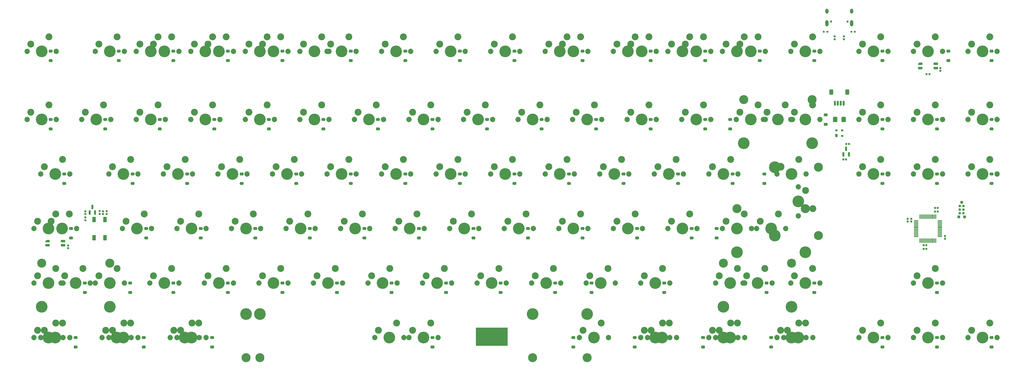
<source format=gbr>
%TF.GenerationSoftware,KiCad,Pcbnew,8.0.4*%
%TF.CreationDate,2024-07-23T15:13:34+08:00*%
%TF.ProjectId,X88H,58383848-2e6b-4696-9361-645f70636258,rev?*%
%TF.SameCoordinates,Original*%
%TF.FileFunction,Soldermask,Bot*%
%TF.FilePolarity,Negative*%
%FSLAX46Y46*%
G04 Gerber Fmt 4.6, Leading zero omitted, Abs format (unit mm)*
G04 Created by KiCad (PCBNEW 8.0.4) date 2024-07-23 15:13:34*
%MOMM*%
%LPD*%
G01*
G04 APERTURE LIST*
G04 Aperture macros list*
%AMRoundRect*
0 Rectangle with rounded corners*
0 $1 Rounding radius*
0 $2 $3 $4 $5 $6 $7 $8 $9 X,Y pos of 4 corners*
0 Add a 4 corners polygon primitive as box body*
4,1,4,$2,$3,$4,$5,$6,$7,$8,$9,$2,$3,0*
0 Add four circle primitives for the rounded corners*
1,1,$1+$1,$2,$3*
1,1,$1+$1,$4,$5*
1,1,$1+$1,$6,$7*
1,1,$1+$1,$8,$9*
0 Add four rect primitives between the rounded corners*
20,1,$1+$1,$2,$3,$4,$5,0*
20,1,$1+$1,$4,$5,$6,$7,0*
20,1,$1+$1,$6,$7,$8,$9,0*
20,1,$1+$1,$8,$9,$2,$3,0*%
%AMFreePoly0*
4,1,35,0.337950,0.725020,0.369330,0.718778,0.387713,0.711163,0.414316,0.693388,0.428388,0.679316,0.446163,0.652713,0.453778,0.634330,0.460020,0.602950,0.461000,0.593000,0.461000,-0.593000,0.460020,-0.602950,0.453778,-0.634330,0.446163,-0.652713,0.428388,-0.679316,0.414316,-0.693388,0.387713,-0.711163,0.369330,-0.718778,0.337950,-0.725020,0.328000,-0.726000,0.000000,-0.726000,
-0.036062,-0.711062,-0.446062,-0.301062,-0.461000,-0.265000,-0.461000,0.593000,-0.460020,0.602950,-0.453778,0.634330,-0.446163,0.652713,-0.428388,0.679316,-0.414316,0.693388,-0.387713,0.711163,-0.369330,0.718778,-0.337950,0.725020,-0.328000,0.726000,0.328000,0.726000,0.337950,0.725020,0.337950,0.725020,$1*%
G04 Aperture macros list end*
%ADD10C,0.100000*%
%ADD11C,1.852000*%
%ADD12C,4.089800*%
%ADD13C,2.402000*%
%ADD14C,3.150000*%
%ADD15C,0.702000*%
%ADD16C,0.752000*%
%ADD17O,1.102000X2.202000*%
%ADD18O,1.102000X1.702000*%
%ADD19C,2.702000*%
%ADD20RoundRect,0.250500X0.400500X-0.250500X0.400500X0.250500X-0.400500X0.250500X-0.400500X-0.250500X0*%
%ADD21RoundRect,0.100500X0.100500X-0.688000X0.100500X0.688000X-0.100500X0.688000X-0.100500X-0.688000X0*%
%ADD22RoundRect,0.100500X0.688000X-0.100500X0.688000X0.100500X-0.688000X0.100500X-0.688000X-0.100500X0*%
%ADD23RoundRect,0.160500X-0.210500X0.160500X-0.210500X-0.160500X0.210500X-0.160500X0.210500X0.160500X0*%
%ADD24RoundRect,0.160500X-0.160500X-0.210500X0.160500X-0.210500X0.160500X0.210500X-0.160500X0.210500X0*%
%ADD25RoundRect,0.165500X0.165500X0.195500X-0.165500X0.195500X-0.165500X-0.195500X0.165500X-0.195500X0*%
%ADD26RoundRect,0.051000X-0.500000X0.850000X-0.500000X-0.850000X0.500000X-0.850000X0.500000X0.850000X0*%
%ADD27RoundRect,0.092200X-0.633800X0.368800X-0.633800X-0.368800X0.633800X-0.368800X0.633800X0.368800X0*%
%ADD28FreePoly0,270.000000*%
%ADD29RoundRect,0.165500X-0.195500X0.165500X-0.195500X-0.165500X0.195500X-0.165500X0.195500X0.165500X0*%
%ADD30RoundRect,0.175500X0.175500X-0.613000X0.175500X0.613000X-0.175500X0.613000X-0.175500X-0.613000X0*%
%ADD31RoundRect,0.165500X0.195500X-0.165500X0.195500X0.165500X-0.195500X0.165500X-0.195500X-0.165500X0*%
%ADD32RoundRect,0.175500X-0.175500X-0.650500X0.175500X-0.650500X0.175500X0.650500X-0.175500X0.650500X0*%
%ADD33RoundRect,0.271250X-0.379750X-0.679750X0.379750X-0.679750X0.379750X0.679750X-0.379750X0.679750X0*%
%ADD34RoundRect,0.200500X-0.200500X-0.350500X0.200500X-0.350500X0.200500X0.350500X-0.200500X0.350500X0*%
%ADD35RoundRect,0.175500X-0.225500X-0.175500X0.225500X-0.175500X0.225500X0.175500X-0.225500X0.175500X0*%
%ADD36C,1.092600*%
%ADD37C,0.889400*%
%ADD38RoundRect,0.165500X-0.165500X-0.195500X0.165500X-0.195500X0.165500X0.195500X-0.165500X0.195500X0*%
%ADD39RoundRect,0.160500X0.210500X-0.160500X0.210500X0.160500X-0.210500X0.160500X-0.210500X-0.160500X0*%
%ADD40RoundRect,0.267895X0.495605X0.658105X-0.495605X0.658105X-0.495605X-0.658105X0.495605X-0.658105X0*%
G04 APERTURE END LIST*
D10*
%TO.C,G1*%
X162662500Y-102750000D02*
X151662500Y-102750000D01*
X151662500Y-96500000D01*
X162662500Y-96500000D01*
X162662500Y-102750000D01*
G36*
X162662500Y-102750000D02*
G01*
X151662500Y-102750000D01*
X151662500Y-96500000D01*
X162662500Y-96500000D01*
X162662500Y-102750000D01*
G37*
%TD*%
D11*
%TO.C,MX104*%
X233045000Y-100012500D03*
D12*
X238125000Y-100012500D03*
D11*
X243205000Y-100012500D03*
D13*
X234315000Y-97472500D03*
X240665000Y-94932500D03*
%TD*%
D14*
%TO.C,S3*%
X242887500Y-54927500D03*
D12*
X242887500Y-70167500D03*
D14*
X266700000Y-54927500D03*
D12*
X266700000Y-70167500D03*
%TD*%
D11*
%TO.C,MX15*%
X285432500Y0D03*
D12*
X290512500Y0D03*
D11*
X295592500Y0D03*
D13*
X286702500Y2540000D03*
X293052500Y5080000D03*
%TD*%
D11*
%TO.C,MX35*%
X90170000Y-23812500D03*
D12*
X95250000Y-23812500D03*
D11*
X100330000Y-23812500D03*
D13*
X91440000Y-21272500D03*
X97790000Y-18732500D03*
%TD*%
D11*
%TO.C,MX53*%
X99695000Y-42862500D03*
D12*
X104775000Y-42862500D03*
D11*
X109855000Y-42862500D03*
D13*
X100965000Y-40322500D03*
X107315000Y-37782500D03*
%TD*%
D11*
%TO.C,MX78*%
X249713750Y-61912500D03*
D12*
X254793750Y-61912500D03*
D11*
X259873750Y-61912500D03*
D13*
X250983750Y-59372500D03*
X257333750Y-56832500D03*
%TD*%
D11*
%TO.C,MX5*%
X75882500Y0D03*
D12*
X80962500Y0D03*
D11*
X86042500Y0D03*
D13*
X77152500Y2540000D03*
X83502500Y5080000D03*
%TD*%
D11*
%TO.C,MX89*%
X152082500Y-80962500D03*
D12*
X157162500Y-80962500D03*
D11*
X162242500Y-80962500D03*
D13*
X153352500Y-78422500D03*
X159702500Y-75882500D03*
%TD*%
D11*
%TO.C,MX7*%
X118745000Y0D03*
D12*
X123825000Y0D03*
D11*
X128905000Y0D03*
D13*
X120015000Y2540000D03*
X126365000Y5080000D03*
%TD*%
D11*
%TO.C,MX115*%
X235426250Y-100012500D03*
D12*
X240506250Y-100012500D03*
D11*
X245586250Y-100012500D03*
D13*
X236696250Y-97472500D03*
X243046250Y-94932500D03*
%TD*%
D11*
%TO.C,MX109*%
X-2698750Y-100012500D03*
D12*
X2381250Y-100012500D03*
D11*
X7461250Y-100012500D03*
D13*
X-1428750Y-97472500D03*
X4921250Y-94932500D03*
%TD*%
D11*
%TO.C,MX54*%
X118745000Y-42862500D03*
D12*
X123825000Y-42862500D03*
D11*
X128905000Y-42862500D03*
D13*
X120015000Y-40322500D03*
X126365000Y-37782500D03*
%TD*%
D11*
%TO.C,MX68*%
X47307500Y-61912500D03*
D12*
X52387500Y-61912500D03*
D11*
X57467500Y-61912500D03*
D13*
X48577500Y-59372500D03*
X54927500Y-56832500D03*
%TD*%
D11*
%TO.C,MX116*%
X259238750Y-100012500D03*
D12*
X264318750Y-100012500D03*
D11*
X269398750Y-100012500D03*
D13*
X260508750Y-97472500D03*
X266858750Y-94932500D03*
%TD*%
D15*
%TO.C,H2*%
X274406250Y6886812D03*
%TD*%
D11*
%TO.C,MX6*%
X99695000Y0D03*
D12*
X104775000Y0D03*
D11*
X109855000Y0D03*
D13*
X100965000Y2540000D03*
X107315000Y5080000D03*
%TD*%
D11*
%TO.C,MX94*%
X304482500Y-80962500D03*
D12*
X309562500Y-80962500D03*
D11*
X314642500Y-80962500D03*
D13*
X305752500Y-78422500D03*
X312102500Y-75882500D03*
%TD*%
D11*
%TO.C,MX81*%
X237807500Y-61912500D03*
D12*
X242887500Y-61912500D03*
D11*
X247967500Y-61912500D03*
D13*
X239077500Y-59372500D03*
X245427500Y-56832500D03*
%TD*%
D11*
%TO.C,MX19*%
X52070000Y0D03*
D12*
X57150000Y0D03*
D11*
X62230000Y0D03*
D13*
X53340000Y2540000D03*
X59690000Y5080000D03*
%TD*%
D11*
%TO.C,MX28*%
X242570000Y0D03*
D12*
X247650000Y0D03*
D11*
X252730000Y0D03*
D13*
X243840000Y2540000D03*
X250190000Y5080000D03*
%TD*%
D11*
%TO.C,MX108*%
X323532500Y-100012500D03*
D12*
X328612500Y-100012500D03*
D11*
X333692500Y-100012500D03*
D13*
X324802500Y-97472500D03*
X331152500Y-94932500D03*
%TD*%
D11*
%TO.C,MX9*%
X156845000Y0D03*
D12*
X161925000Y0D03*
D11*
X167005000Y0D03*
D13*
X158115000Y2540000D03*
X164465000Y5080000D03*
%TD*%
D11*
%TO.C,MX17*%
X323532500Y0D03*
D12*
X328612500Y0D03*
D11*
X333692500Y0D03*
D13*
X324802500Y2540000D03*
X331152500Y5080000D03*
%TD*%
D11*
%TO.C,MX42*%
X223520000Y-23812500D03*
D12*
X228600000Y-23812500D03*
D11*
X233680000Y-23812500D03*
D13*
X224790000Y-21272500D03*
X231140000Y-18732500D03*
%TD*%
D11*
%TO.C,MX82*%
X6826250Y-80962500D03*
D12*
X11906250Y-80962500D03*
D11*
X16986250Y-80962500D03*
D13*
X8096250Y-78422500D03*
X14446250Y-75882500D03*
%TD*%
D11*
%TO.C,MX88*%
X133032500Y-80962500D03*
D12*
X138112500Y-80962500D03*
D11*
X143192500Y-80962500D03*
D13*
X134302500Y-78422500D03*
X140652500Y-75882500D03*
%TD*%
D11*
%TO.C,MX113*%
X187801250Y-100012500D03*
D12*
X192881250Y-100012500D03*
D11*
X197961250Y-100012500D03*
D13*
X189071250Y-97472500D03*
X195421250Y-94932500D03*
%TD*%
D11*
%TO.C,MX34*%
X71120000Y-23812500D03*
D12*
X76200000Y-23812500D03*
D11*
X81280000Y-23812500D03*
D13*
X72390000Y-21272500D03*
X78740000Y-18732500D03*
%TD*%
D11*
%TO.C,MX92*%
X209232500Y-80962500D03*
D12*
X214312500Y-80962500D03*
D11*
X219392500Y-80962500D03*
D13*
X210502500Y-78422500D03*
X216852500Y-75882500D03*
%TD*%
D11*
%TO.C,MX4*%
X56832500Y0D03*
D12*
X61912500Y0D03*
D11*
X66992500Y0D03*
D13*
X58102500Y2540000D03*
X64452500Y5080000D03*
%TD*%
D11*
%TO.C,MX52*%
X80645000Y-42862500D03*
D12*
X85725000Y-42862500D03*
D11*
X90805000Y-42862500D03*
D13*
X81915000Y-40322500D03*
X88265000Y-37782500D03*
%TD*%
D11*
%TO.C,MX37*%
X128270000Y-23812500D03*
D12*
X133350000Y-23812500D03*
D11*
X138430000Y-23812500D03*
D13*
X129540000Y-21272500D03*
X135890000Y-18732500D03*
%TD*%
D11*
%TO.C,MX85*%
X75882500Y-80962500D03*
D12*
X80962500Y-80962500D03*
D11*
X86042500Y-80962500D03*
D13*
X77152500Y-78422500D03*
X83502500Y-75882500D03*
%TD*%
D11*
%TO.C,MX25*%
X175895000Y0D03*
D12*
X180975000Y0D03*
D11*
X186055000Y0D03*
D13*
X177165000Y2540000D03*
X183515000Y5080000D03*
%TD*%
D11*
%TO.C,MX18*%
X33020000Y0D03*
D12*
X38100000Y0D03*
D11*
X43180000Y0D03*
D13*
X34290000Y2540000D03*
X40640000Y5080000D03*
%TD*%
D11*
%TO.C,MX100*%
X23495000Y-100012500D03*
D12*
X28575000Y-100012500D03*
D11*
X33655000Y-100012500D03*
D13*
X24765000Y-97472500D03*
X31115000Y-94932500D03*
%TD*%
D12*
%TO.C,S2*%
X256063750Y-40481250D03*
X256063750Y-64293750D03*
D14*
X271303750Y-40481250D03*
X271303750Y-64293750D03*
%TD*%
D11*
%TO.C,MX38*%
X147320000Y-23812500D03*
D12*
X152400000Y-23812500D03*
D11*
X157480000Y-23812500D03*
D13*
X148590000Y-21272500D03*
X154940000Y-18732500D03*
%TD*%
D11*
%TO.C,MX31*%
X13970000Y-23812500D03*
D12*
X19050000Y-23812500D03*
D11*
X24130000Y-23812500D03*
D13*
X15240000Y-21272500D03*
X21590000Y-18732500D03*
%TD*%
D11*
%TO.C,MX106*%
X285432500Y-100012500D03*
D12*
X290512500Y-100012500D03*
D11*
X295592500Y-100012500D03*
D13*
X286702500Y-97472500D03*
X293052500Y-94932500D03*
%TD*%
D14*
%TO.C,S7*%
X171450000Y-106997500D03*
D12*
X171450000Y-91757500D03*
D14*
X71437500Y-106997500D03*
D12*
X71437500Y-91757500D03*
%TD*%
D11*
%TO.C,MX12*%
X218757500Y0D03*
D12*
X223837500Y0D03*
D11*
X228917500Y0D03*
D13*
X220027500Y2540000D03*
X226377500Y5080000D03*
%TD*%
D11*
%TO.C,MX72*%
X123507500Y-61912500D03*
D12*
X128587500Y-61912500D03*
D11*
X133667500Y-61912500D03*
D13*
X124777500Y-59372500D03*
X131127500Y-56832500D03*
%TD*%
D11*
%TO.C,MX74*%
X161607500Y-61912500D03*
D12*
X166687500Y-61912500D03*
D11*
X171767500Y-61912500D03*
D13*
X162877500Y-59372500D03*
X169227500Y-56832500D03*
%TD*%
D11*
%TO.C,MX90*%
X171132500Y-80962500D03*
D12*
X176212500Y-80962500D03*
D11*
X181292500Y-80962500D03*
D13*
X172402500Y-78422500D03*
X178752500Y-75882500D03*
%TD*%
D11*
%TO.C,MX10*%
X180657500Y0D03*
D12*
X185737500Y0D03*
D11*
X190817500Y0D03*
D13*
X181927500Y2540000D03*
X188277500Y5080000D03*
%TD*%
D11*
%TO.C,MX87*%
X113982500Y-80962500D03*
D12*
X119062500Y-80962500D03*
D11*
X124142500Y-80962500D03*
D13*
X115252500Y-78422500D03*
X121602500Y-75882500D03*
%TD*%
D11*
%TO.C,MX64*%
X323532500Y-42862500D03*
D12*
X328612500Y-42862500D03*
D11*
X333692500Y-42862500D03*
D13*
X324802500Y-40322500D03*
X331152500Y-37782500D03*
%TD*%
D11*
%TO.C,MX2*%
X18732500Y0D03*
D12*
X23812500Y0D03*
D11*
X28892500Y0D03*
D13*
X20002500Y2540000D03*
X26352500Y5080000D03*
%TD*%
D11*
%TO.C,MX70*%
X85407500Y-61912500D03*
D12*
X90487500Y-61912500D03*
D11*
X95567500Y-61912500D03*
D13*
X86677500Y-59372500D03*
X93027500Y-56832500D03*
%TD*%
D11*
%TO.C,MX76*%
X199707500Y-61912500D03*
D12*
X204787500Y-61912500D03*
D11*
X209867500Y-61912500D03*
D13*
X200977500Y-59372500D03*
X207327500Y-56832500D03*
%TD*%
D11*
%TO.C,MX45*%
X304482500Y-23812500D03*
D12*
X309562500Y-23812500D03*
D11*
X314642500Y-23812500D03*
D13*
X305752500Y-21272500D03*
X312102500Y-18732500D03*
%TD*%
D11*
%TO.C,MX16*%
X304482500Y0D03*
D12*
X309562500Y0D03*
D11*
X314642500Y0D03*
D13*
X305752500Y2540000D03*
X312102500Y5080000D03*
%TD*%
D11*
%TO.C,MX48*%
X-317500Y-42862500D03*
D12*
X4762500Y-42862500D03*
D11*
X9842500Y-42862500D03*
D13*
X952500Y-40322500D03*
X7302500Y-37782500D03*
%TD*%
D11*
%TO.C,MX55*%
X137795000Y-42862500D03*
D12*
X142875000Y-42862500D03*
D11*
X147955000Y-42862500D03*
D13*
X139065000Y-40322500D03*
X145415000Y-37782500D03*
%TD*%
D11*
%TO.C,MX3*%
X37782500Y0D03*
D12*
X42862500Y0D03*
D11*
X47942500Y0D03*
D13*
X39052500Y2540000D03*
X45402500Y5080000D03*
%TD*%
D11*
%TO.C,MX63*%
X304482500Y-42862500D03*
D12*
X309562500Y-42862500D03*
D11*
X314642500Y-42862500D03*
D13*
X305752500Y-40322500D03*
X312102500Y-37782500D03*
%TD*%
D11*
%TO.C,MX46*%
X323532500Y-23812500D03*
D12*
X328612500Y-23812500D03*
D11*
X333692500Y-23812500D03*
D13*
X324802500Y-21272500D03*
X331152500Y-18732500D03*
%TD*%
D11*
%TO.C,MX67*%
X28257500Y-61912500D03*
D12*
X33337500Y-61912500D03*
D11*
X38417500Y-61912500D03*
D13*
X29527500Y-59372500D03*
X35877500Y-56832500D03*
%TD*%
D11*
%TO.C,MX59*%
X213995000Y-42862500D03*
D12*
X219075000Y-42862500D03*
D11*
X224155000Y-42862500D03*
D13*
X215265000Y-40322500D03*
X221615000Y-37782500D03*
%TD*%
D11*
%TO.C,MX110*%
X21113750Y-100012500D03*
D12*
X26193750Y-100012500D03*
D11*
X31273750Y-100012500D03*
D13*
X22383750Y-97472500D03*
X28733750Y-94932500D03*
%TD*%
D11*
%TO.C,MX60*%
X233045000Y-42862500D03*
D12*
X238125000Y-42862500D03*
D11*
X243205000Y-42862500D03*
D13*
X234315000Y-40322500D03*
X240665000Y-37782500D03*
%TD*%
D11*
%TO.C,MX32*%
X33020000Y-23812500D03*
D12*
X38100000Y-23812500D03*
D11*
X43180000Y-23812500D03*
D13*
X34290000Y-21272500D03*
X40640000Y-18732500D03*
%TD*%
D11*
%TO.C,MX97*%
X235426250Y-80962500D03*
D12*
X240506250Y-80962500D03*
D11*
X245586250Y-80962500D03*
D13*
X236696250Y-78422500D03*
X243046250Y-75882500D03*
%TD*%
D11*
%TO.C,MX51*%
X61595000Y-42862500D03*
D12*
X66675000Y-42862500D03*
D11*
X71755000Y-42862500D03*
D13*
X62865000Y-40322500D03*
X69215000Y-37782500D03*
%TD*%
D14*
%TO.C,S4*%
X238125000Y-73977500D03*
D12*
X238125000Y-89217500D03*
D14*
X261937500Y-73977500D03*
D12*
X261937500Y-89217500D03*
%TD*%
D11*
%TO.C,MX112*%
X116363750Y-100012500D03*
D12*
X121443750Y-100012500D03*
D11*
X126523750Y-100012500D03*
D13*
X117633750Y-97472500D03*
X123983750Y-94932500D03*
%TD*%
D11*
%TO.C,MX84*%
X56832500Y-80962500D03*
D12*
X61912500Y-80962500D03*
D11*
X66992500Y-80962500D03*
D13*
X58102500Y-78422500D03*
X64452500Y-75882500D03*
%TD*%
D11*
%TO.C,MX75*%
X180657500Y-61912500D03*
D12*
X185737500Y-61912500D03*
D11*
X190817500Y-61912500D03*
D13*
X181927500Y-59372500D03*
X188277500Y-56832500D03*
%TD*%
D11*
%TO.C,MX96*%
X18732500Y-80962500D03*
D12*
X23812500Y-80962500D03*
D11*
X28892500Y-80962500D03*
D13*
X20002500Y-78422500D03*
X26352500Y-75882500D03*
%TD*%
D14*
%TO.C,S5*%
X0Y-73977500D03*
D12*
X0Y-89217500D03*
D14*
X23812500Y-73977500D03*
D12*
X23812500Y-89217500D03*
%TD*%
D11*
%TO.C,MX91*%
X190182500Y-80962500D03*
D12*
X195262500Y-80962500D03*
D11*
X200342500Y-80962500D03*
D13*
X191452500Y-78422500D03*
X197802500Y-75882500D03*
%TD*%
D15*
%TO.C,H1*%
X273206250Y6886812D03*
%TD*%
D11*
%TO.C,MX114*%
X211613750Y-100012500D03*
D12*
X216693750Y-100012500D03*
D11*
X221773750Y-100012500D03*
D13*
X212883750Y-97472500D03*
X219233750Y-94932500D03*
%TD*%
D15*
%TO.C,H9*%
X282806250Y6886812D03*
%TD*%
D11*
%TO.C,MX43*%
X252095000Y-23812500D03*
D12*
X257175000Y-23812500D03*
D11*
X262255000Y-23812500D03*
D13*
X253365000Y-21272500D03*
X259715000Y-18732500D03*
%TD*%
D11*
%TO.C,MX65*%
X264318750Y-47307500D03*
D12*
X264318750Y-52387500D03*
D11*
X264318750Y-57467500D03*
D13*
X266858750Y-48577500D03*
X269398750Y-54927500D03*
%TD*%
D11*
%TO.C,MX98*%
X261620000Y-80962500D03*
D12*
X266700000Y-80962500D03*
D11*
X271780000Y-80962500D03*
D13*
X262890000Y-78422500D03*
X269240000Y-75882500D03*
%TD*%
D11*
%TO.C,MX80*%
X2063750Y-61912500D03*
D12*
X7143750Y-61912500D03*
D11*
X12223750Y-61912500D03*
D13*
X3333750Y-59372500D03*
X9683750Y-56832500D03*
%TD*%
D11*
%TO.C,MX1*%
X-5080000Y0D03*
D12*
X0Y0D03*
D11*
X5080000Y0D03*
D13*
X-3810000Y2540000D03*
X2540000Y5080000D03*
%TD*%
D11*
%TO.C,MX41*%
X204470000Y-23812500D03*
D12*
X209550000Y-23812500D03*
D11*
X214630000Y-23812500D03*
D13*
X205740000Y-21272500D03*
X212090000Y-18732500D03*
%TD*%
D14*
%TO.C,S6*%
X190500000Y-106997500D03*
D12*
X190500000Y-91757500D03*
D14*
X76200000Y-106997500D03*
D12*
X76200000Y-91757500D03*
%TD*%
D11*
%TO.C,MX66*%
X-2698750Y-61912500D03*
D12*
X2381250Y-61912500D03*
D11*
X7461250Y-61912500D03*
D13*
X-1428750Y-59372500D03*
X4921250Y-56832500D03*
%TD*%
D11*
%TO.C,MX71*%
X104457500Y-61912500D03*
D12*
X109537500Y-61912500D03*
D11*
X114617500Y-61912500D03*
D13*
X105727500Y-59372500D03*
X112077500Y-56832500D03*
%TD*%
D11*
%TO.C,MX93*%
X244951250Y-80962500D03*
D12*
X250031250Y-80962500D03*
D11*
X255111250Y-80962500D03*
D13*
X246221250Y-78422500D03*
X252571250Y-75882500D03*
%TD*%
D15*
%TO.C,H10*%
X284006250Y6886812D03*
%TD*%
D11*
%TO.C,MX49*%
X23495000Y-42862500D03*
D12*
X28575000Y-42862500D03*
D11*
X33655000Y-42862500D03*
D13*
X24765000Y-40322500D03*
X31115000Y-37782500D03*
%TD*%
D11*
%TO.C,MX11*%
X199707500Y0D03*
D12*
X204787500Y0D03*
D11*
X209867500Y0D03*
D13*
X200977500Y2540000D03*
X207327500Y5080000D03*
%TD*%
D11*
%TO.C,MX39*%
X166370000Y-23812500D03*
D12*
X171450000Y-23812500D03*
D11*
X176530000Y-23812500D03*
D13*
X167640000Y-21272500D03*
X173990000Y-18732500D03*
%TD*%
D11*
%TO.C,MX69*%
X66357500Y-61912500D03*
D12*
X71437500Y-61912500D03*
D11*
X76517500Y-61912500D03*
D13*
X67627500Y-59372500D03*
X73977500Y-56832500D03*
%TD*%
D11*
%TO.C,MX77*%
X218757500Y-61912500D03*
D12*
X223837500Y-61912500D03*
D11*
X228917500Y-61912500D03*
D13*
X220027500Y-59372500D03*
X226377500Y-56832500D03*
%TD*%
D11*
%TO.C,MX27*%
X223520000Y0D03*
D12*
X228600000Y0D03*
D11*
X233680000Y0D03*
D13*
X224790000Y2540000D03*
X231140000Y5080000D03*
%TD*%
D11*
%TO.C,MX62*%
X285432500Y-42862500D03*
D12*
X290512500Y-42862500D03*
D11*
X295592500Y-42862500D03*
D13*
X286702500Y-40322500D03*
X293052500Y-37782500D03*
%TD*%
D11*
%TO.C,MX57*%
X175895000Y-42862500D03*
D12*
X180975000Y-42862500D03*
D11*
X186055000Y-42862500D03*
D13*
X177165000Y-40322500D03*
X183515000Y-37782500D03*
%TD*%
D11*
%TO.C,MX107*%
X304482500Y-100012500D03*
D12*
X309562500Y-100012500D03*
D11*
X314642500Y-100012500D03*
D13*
X305752500Y-97472500D03*
X312102500Y-94932500D03*
%TD*%
D11*
%TO.C,MX56*%
X156845000Y-42862500D03*
D12*
X161925000Y-42862500D03*
D11*
X167005000Y-42862500D03*
D13*
X158115000Y-40322500D03*
X164465000Y-37782500D03*
%TD*%
D11*
%TO.C,MX111*%
X44926250Y-100012500D03*
D12*
X50006250Y-100012500D03*
D11*
X55086250Y-100012500D03*
D13*
X46196250Y-97472500D03*
X52546250Y-94932500D03*
%TD*%
D11*
%TO.C,MX101*%
X47307500Y-100012500D03*
D12*
X52387500Y-100012500D03*
D11*
X57467500Y-100012500D03*
D13*
X48577500Y-97472500D03*
X54927500Y-94932500D03*
%TD*%
D11*
%TO.C,MX13*%
X237807500Y0D03*
D12*
X242887500Y0D03*
D11*
X247967500Y0D03*
D13*
X239077500Y2540000D03*
X245427500Y5080000D03*
%TD*%
D11*
%TO.C,MX21*%
X90170000Y0D03*
D12*
X95250000Y0D03*
D11*
X100330000Y0D03*
D13*
X91440000Y2540000D03*
X97790000Y5080000D03*
%TD*%
D11*
%TO.C,MX14*%
X261620000Y0D03*
D12*
X266700000Y0D03*
D11*
X271780000Y0D03*
D13*
X262890000Y2540000D03*
X269240000Y5080000D03*
%TD*%
D11*
%TO.C,MX40*%
X185420000Y-23812500D03*
D12*
X190500000Y-23812500D03*
D11*
X195580000Y-23812500D03*
D13*
X186690000Y-21272500D03*
X193040000Y-18732500D03*
%TD*%
D11*
%TO.C,MX26*%
X204470000Y0D03*
D12*
X209550000Y0D03*
D11*
X214630000Y0D03*
D13*
X205740000Y2540000D03*
X212090000Y5080000D03*
%TD*%
D16*
%TO.C,USB1*%
X281496250Y10400000D03*
X275716250Y10400000D03*
D17*
X282926250Y9870000D03*
D18*
X282926250Y14050000D03*
D17*
X274286250Y9870000D03*
D18*
X274286250Y14050000D03*
%TD*%
D11*
%TO.C,MX95*%
X-2698750Y-80962500D03*
D12*
X2381250Y-80962500D03*
D11*
X7461250Y-80962500D03*
D13*
X-1428750Y-78422500D03*
X4921250Y-75882500D03*
%TD*%
D11*
%TO.C,MX50*%
X42545000Y-42862500D03*
D12*
X47625000Y-42862500D03*
D11*
X52705000Y-42862500D03*
D13*
X43815000Y-40322500D03*
X50165000Y-37782500D03*
%TD*%
D11*
%TO.C,MX44*%
X285432500Y-23812500D03*
D12*
X290512500Y-23812500D03*
D11*
X295592500Y-23812500D03*
D13*
X286702500Y-21272500D03*
X293052500Y-18732500D03*
%TD*%
D11*
%TO.C,MX58*%
X194945000Y-42862500D03*
D12*
X200025000Y-42862500D03*
D11*
X205105000Y-42862500D03*
D13*
X196215000Y-40322500D03*
X202565000Y-37782500D03*
%TD*%
D11*
%TO.C,MX8*%
X137795000Y0D03*
D12*
X142875000Y0D03*
D11*
X147955000Y0D03*
D13*
X139065000Y2540000D03*
X145415000Y5080000D03*
%TD*%
D11*
%TO.C,MX99*%
X-317500Y-100012500D03*
D12*
X4762500Y-100012500D03*
D11*
X9842500Y-100012500D03*
D13*
X952500Y-97472500D03*
X7302500Y-94932500D03*
%TD*%
D11*
%TO.C,MX103*%
X209232500Y-100012500D03*
D12*
X214312500Y-100012500D03*
D11*
X219392500Y-100012500D03*
D13*
X210502500Y-97472500D03*
X216852500Y-94932500D03*
%TD*%
D11*
%TO.C,MX36*%
X109220000Y-23812500D03*
D12*
X114300000Y-23812500D03*
D11*
X119380000Y-23812500D03*
D13*
X110490000Y-21272500D03*
X116840000Y-18732500D03*
%TD*%
D11*
%TO.C,MX86*%
X94932500Y-80962500D03*
D12*
X100012500Y-80962500D03*
D11*
X105092500Y-80962500D03*
D13*
X96202500Y-78422500D03*
X102552500Y-75882500D03*
%TD*%
D11*
%TO.C,MX20*%
X71120000Y0D03*
D12*
X76200000Y0D03*
D11*
X81280000Y0D03*
D13*
X72390000Y2540000D03*
X78740000Y5080000D03*
%TD*%
D11*
%TO.C,MX73*%
X142557500Y-61912500D03*
D12*
X147637500Y-61912500D03*
D11*
X152717500Y-61912500D03*
D13*
X143827500Y-59372500D03*
X150177500Y-56832500D03*
%TD*%
D11*
%TO.C,MX30*%
X-5080000Y-23812500D03*
D12*
X0Y-23812500D03*
D11*
X5080000Y-23812500D03*
D13*
X-3810000Y-21272500D03*
X2540000Y-18732500D03*
%TD*%
D11*
%TO.C,MX47*%
X242570000Y-23812500D03*
D12*
X247650000Y-23812500D03*
D11*
X252730000Y-23812500D03*
D13*
X243840000Y-21272500D03*
X250190000Y-18732500D03*
%TD*%
D11*
%TO.C,MX105*%
X256857500Y-100012500D03*
D12*
X261937500Y-100012500D03*
D11*
X267017500Y-100012500D03*
D13*
X258127500Y-97472500D03*
X264477500Y-94932500D03*
%TD*%
D11*
%TO.C,MX33*%
X52070000Y-23812500D03*
D12*
X57150000Y-23812500D03*
D11*
X62230000Y-23812500D03*
D13*
X53340000Y-21272500D03*
X59690000Y-18732500D03*
%TD*%
D11*
%TO.C,MX61*%
X256857500Y-42862500D03*
D12*
X261937500Y-42862500D03*
D11*
X267017500Y-42862500D03*
D19*
X258127500Y-40322500D03*
D13*
X264477500Y-37782500D03*
%TD*%
D11*
%TO.C,MX83*%
X37782500Y-80962500D03*
D12*
X42862500Y-80962500D03*
D11*
X47942500Y-80962500D03*
D13*
X39052500Y-78422500D03*
X45402500Y-75882500D03*
%TD*%
D14*
%TO.C,S1*%
X245268750Y-16827500D03*
D12*
X245268750Y-32067500D03*
D14*
X269081250Y-16827500D03*
D12*
X269081250Y-32067500D03*
%TD*%
D11*
%TO.C,MX79*%
X261620000Y-23812500D03*
D12*
X266700000Y-23812500D03*
D11*
X271780000Y-23812500D03*
D13*
X262890000Y-21272500D03*
X269240000Y-18732500D03*
%TD*%
D11*
%TO.C,MX102*%
X128270000Y-100012500D03*
D12*
X133350000Y-100012500D03*
D11*
X138430000Y-100012500D03*
D13*
X129540000Y-97472500D03*
X135890000Y-94932500D03*
%TD*%
D20*
%TO.C,D55*%
X55562500Y-65150000D03*
X55562500Y-61850000D03*
%TD*%
%TO.C,D82*%
X11906250Y-103250000D03*
X11906250Y-99950000D03*
%TD*%
%TO.C,D7*%
X107950000Y-3237500D03*
X107950000Y62500D03*
%TD*%
%TO.C,D35*%
X331787500Y-27050000D03*
X331787500Y-23750000D03*
%TD*%
D21*
%TO.C,U2*%
X312312500Y-66075000D03*
X311812500Y-66075000D03*
X311312500Y-66075000D03*
X310812500Y-66075000D03*
X310312500Y-66075000D03*
X309812500Y-66075000D03*
X309312500Y-66075000D03*
X308812500Y-66075000D03*
X308312500Y-66075000D03*
X307812500Y-66075000D03*
X307312500Y-66075000D03*
X306812500Y-66075000D03*
D22*
X305400000Y-64662500D03*
X305400000Y-64162500D03*
X305400000Y-63662500D03*
X305400000Y-63162500D03*
X305400000Y-62662500D03*
X305400000Y-62162500D03*
X305400000Y-61662500D03*
X305400000Y-61162500D03*
X305400000Y-60662500D03*
X305400000Y-60162500D03*
X305400000Y-59662500D03*
X305400000Y-59162500D03*
D21*
X306812500Y-57750000D03*
X307312500Y-57750000D03*
X307812500Y-57750000D03*
X308312500Y-57750000D03*
X308812500Y-57750000D03*
X309312500Y-57750000D03*
X309812500Y-57750000D03*
X310312500Y-57750000D03*
X310812500Y-57750000D03*
X311312500Y-57750000D03*
X311812500Y-57750000D03*
X312312500Y-57750000D03*
D22*
X313725000Y-59162500D03*
X313725000Y-59662500D03*
X313725000Y-60162500D03*
X313725000Y-60662500D03*
X313725000Y-61162500D03*
X313725000Y-61662500D03*
X313725000Y-62162500D03*
X313725000Y-62662500D03*
X313725000Y-63162500D03*
X313725000Y-63662500D03*
X313725000Y-64162500D03*
X313725000Y-64662500D03*
%TD*%
D20*
%TO.C,D65*%
X235743750Y-65150000D03*
X235743750Y-61850000D03*
%TD*%
%TO.C,D48*%
X241300000Y-46100000D03*
X241300000Y-42800000D03*
%TD*%
%TO.C,D88*%
X230981250Y-103250000D03*
X230981250Y-99950000D03*
%TD*%
%TO.C,D78*%
X217487500Y-84200000D03*
X217487500Y-80900000D03*
%TD*%
%TO.C,D6*%
X84137500Y-3237500D03*
X84137500Y62500D03*
%TD*%
%TO.C,D20*%
X22225000Y-27050000D03*
X22225000Y-23750000D03*
%TD*%
D23*
%TO.C,RR2*%
X22750000Y-55802500D03*
X22750000Y-56822500D03*
%TD*%
D24*
%TO.C,R3*%
X309052500Y-7937500D03*
X310072500Y-7937500D03*
%TD*%
D20*
%TO.C,D46*%
X203200000Y-46100000D03*
X203200000Y-42800000D03*
%TD*%
%TO.C,D57*%
X93662500Y-65150000D03*
X93662500Y-61850000D03*
%TD*%
%TO.C,D81*%
X312737500Y-84200000D03*
X312737500Y-80900000D03*
%TD*%
%TO.C,D42*%
X127000000Y-46100000D03*
X127000000Y-42800000D03*
%TD*%
%TO.C,D89*%
X254793750Y-103250000D03*
X254793750Y-99950000D03*
%TD*%
%TO.C,D49*%
X252412500Y-46100000D03*
X252412500Y-42800000D03*
%TD*%
%TO.C,D58*%
X112712500Y-65150000D03*
X112712500Y-61850000D03*
%TD*%
%TO.C,D53*%
X10318750Y-65150000D03*
X10318750Y-61850000D03*
%TD*%
%TO.C,D61*%
X169862500Y-65150000D03*
X169862500Y-61850000D03*
%TD*%
%TO.C,D37*%
X31750000Y-46100000D03*
X31750000Y-42800000D03*
%TD*%
D25*
%TO.C,C5*%
X280980000Y-37725000D03*
X280020000Y-37725000D03*
%TD*%
D26*
%TO.C,SWR1*%
X18340625Y-58762500D03*
X18340625Y-65062500D03*
X22140625Y-58762500D03*
X22140625Y-65062500D03*
%TD*%
D20*
%TO.C,D76*%
X179387500Y-84200000D03*
X179387500Y-80900000D03*
%TD*%
D27*
%TO.C,RGB2*%
X7487500Y-67742500D03*
X7487500Y-66242500D03*
X2037500Y-67742500D03*
D28*
X2037500Y-66242500D03*
%TD*%
D23*
%TO.C,R2*%
X280193750Y5272500D03*
X280193750Y4252500D03*
%TD*%
D20*
%TO.C,D38*%
X50800000Y-46100000D03*
X50800000Y-42800000D03*
%TD*%
%TO.C,D66*%
X273843750Y-25462500D03*
X273843750Y-22162500D03*
%TD*%
%TO.C,D28*%
X174625000Y-27050000D03*
X174625000Y-23750000D03*
%TD*%
D29*
%TO.C,C1*%
X303750000Y-58476250D03*
X303750000Y-59436250D03*
%TD*%
D20*
%TO.C,D67*%
X15081250Y-84200000D03*
X15081250Y-80900000D03*
%TD*%
%TO.C,D34*%
X312737500Y-27050000D03*
X312737500Y-23750000D03*
%TD*%
D23*
%TO.C,R1*%
X277018750Y5272500D03*
X277018750Y4252500D03*
%TD*%
D20*
%TO.C,D14*%
X250825000Y-3237500D03*
X250825000Y62500D03*
%TD*%
D30*
%TO.C,QR1*%
X18700000Y-56250000D03*
X16800000Y-56250000D03*
X17750000Y-54375000D03*
%TD*%
D20*
%TO.C,D31*%
X231775000Y-27050000D03*
X231775000Y-23750000D03*
%TD*%
%TO.C,D19*%
X3175000Y-27050000D03*
X3175000Y-23750000D03*
%TD*%
D31*
%TO.C,C3*%
X315500000Y-65436250D03*
X315500000Y-64476250D03*
%TD*%
D30*
%TO.C,U1*%
X281950000Y-35937500D03*
X280050000Y-35937500D03*
X281000000Y-34062500D03*
%TD*%
D20*
%TO.C,D43*%
X146050000Y-46100000D03*
X146050000Y-42800000D03*
%TD*%
%TO.C,D47*%
X222250000Y-46100000D03*
X222250000Y-42800000D03*
%TD*%
%TO.C,D39*%
X69850000Y-46100000D03*
X69850000Y-42800000D03*
%TD*%
%TO.C,D10*%
X165100000Y-3237500D03*
X165100000Y62500D03*
%TD*%
%TO.C,D70*%
X65087500Y-84200000D03*
X65087500Y-80900000D03*
%TD*%
%TO.C,D22*%
X60325000Y-27050000D03*
X60325000Y-23750000D03*
%TD*%
%TO.C,D68*%
X30956250Y-84200000D03*
X30956250Y-80900000D03*
%TD*%
%TO.C,D8*%
X127000000Y-3237500D03*
X127000000Y62500D03*
%TD*%
%TO.C,D9*%
X146050000Y-3237500D03*
X146050000Y62500D03*
%TD*%
%TO.C,D24*%
X98425000Y-27050000D03*
X98425000Y-23750000D03*
%TD*%
%TO.C,D18*%
X331787500Y-3237500D03*
X331787500Y62500D03*
%TD*%
D32*
%TO.C,J1*%
X277106250Y-18103610D03*
X278106250Y-18103610D03*
X279106250Y-18103610D03*
X280106250Y-18103610D03*
D33*
X275806250Y-14228610D03*
X281406250Y-14228610D03*
%TD*%
D34*
%TO.C,D1*%
X277606250Y-29325000D03*
D35*
X277606250Y-27625000D03*
X279606250Y-27625000D03*
X279606250Y-29525000D03*
%TD*%
D20*
%TO.C,D51*%
X312737500Y-46100000D03*
X312737500Y-42800000D03*
%TD*%
%TO.C,D3*%
X26987500Y-3237500D03*
X26987500Y62500D03*
%TD*%
%TO.C,D80*%
X269875000Y-84200000D03*
X269875000Y-80900000D03*
%TD*%
%TO.C,D90*%
X293687500Y-103250000D03*
X293687500Y-99950000D03*
%TD*%
%TO.C,D60*%
X150812500Y-65150000D03*
X150812500Y-61850000D03*
%TD*%
%TO.C,D52*%
X331787500Y-46100000D03*
X331787500Y-42800000D03*
%TD*%
%TO.C,D72*%
X103187500Y-84200000D03*
X103187500Y-80900000D03*
%TD*%
%TO.C,D56*%
X74612500Y-65150000D03*
X74612500Y-61850000D03*
%TD*%
%TO.C,D4*%
X46037500Y-3237500D03*
X46037500Y62500D03*
%TD*%
D25*
%TO.C,C8*%
X312980000Y-54706250D03*
X312020000Y-54706250D03*
%TD*%
D20*
%TO.C,D36*%
X7937500Y-46100000D03*
X7937500Y-42800000D03*
%TD*%
%TO.C,D84*%
X59531250Y-103250000D03*
X59531250Y-99950000D03*
%TD*%
%TO.C,D75*%
X160337500Y-84200000D03*
X160337500Y-80900000D03*
%TD*%
D36*
%TO.C,J2*%
X321310000Y-52710000D03*
X322326000Y-57790000D03*
X320294000Y-57790000D03*
D37*
X321945000Y-53980000D03*
X320675000Y-53980000D03*
X321945000Y-55250000D03*
X320675000Y-55250000D03*
X321945000Y-56520000D03*
X320675000Y-56520000D03*
%TD*%
D20*
%TO.C,D26*%
X136525000Y-27050000D03*
X136525000Y-23750000D03*
%TD*%
%TO.C,D54*%
X36512500Y-65150000D03*
X36512500Y-61850000D03*
%TD*%
D29*
%TO.C,C2*%
X302500000Y-58476250D03*
X302500000Y-59436250D03*
%TD*%
D20*
%TO.C,D11*%
X188912500Y-3237500D03*
X188912500Y62500D03*
%TD*%
%TO.C,D5*%
X65087500Y-3237500D03*
X65087500Y62500D03*
%TD*%
%TO.C,D64*%
X227012500Y-65150000D03*
X227012500Y-61850000D03*
%TD*%
%TO.C,D79*%
X253206250Y-84200000D03*
X253206250Y-80900000D03*
%TD*%
%TO.C,D87*%
X207168750Y-103250000D03*
X207168750Y-99950000D03*
%TD*%
D38*
%TO.C,C6*%
X308020000Y-68956250D03*
X308980000Y-68956250D03*
%TD*%
D25*
%TO.C,C9*%
X312980000Y-55956250D03*
X312020000Y-55956250D03*
%TD*%
D29*
%TO.C,CR1*%
X21500000Y-55832500D03*
X21500000Y-56792500D03*
%TD*%
D20*
%TO.C,D85*%
X136525000Y-103250000D03*
X136525000Y-99950000D03*
%TD*%
D38*
%TO.C,C7*%
X308020000Y-67706250D03*
X308980000Y-67706250D03*
%TD*%
D20*
%TO.C,D30*%
X212725000Y-27050000D03*
X212725000Y-23750000D03*
%TD*%
D31*
%TO.C,CR2*%
X15250000Y-56792500D03*
X15250000Y-55832500D03*
%TD*%
D20*
%TO.C,D44*%
X165100000Y-46100000D03*
X165100000Y-42800000D03*
%TD*%
%TO.C,D13*%
X231775000Y-3237500D03*
X231775000Y62500D03*
%TD*%
D38*
%TO.C,C4*%
X281020000Y-32293750D03*
X281980000Y-32293750D03*
%TD*%
D20*
%TO.C,D92*%
X331787500Y-103250000D03*
X331787500Y-99950000D03*
%TD*%
%TO.C,D69*%
X46037500Y-84200000D03*
X46037500Y-80900000D03*
%TD*%
%TO.C,D91*%
X312737500Y-103250000D03*
X312737500Y-99950000D03*
%TD*%
D29*
%TO.C,C10*%
X313895000Y-5830000D03*
X313895000Y-6790000D03*
%TD*%
%TO.C,C11*%
X9250000Y-67770000D03*
X9250000Y-68730000D03*
%TD*%
D20*
%TO.C,D2*%
X3175000Y-3237500D03*
X3175000Y62500D03*
%TD*%
%TO.C,D32*%
X240506250Y-27050000D03*
X240506250Y-23750000D03*
%TD*%
%TO.C,D73*%
X122237500Y-84200000D03*
X122237500Y-80900000D03*
%TD*%
%TO.C,D21*%
X41275000Y-27050000D03*
X41275000Y-23750000D03*
%TD*%
%TO.C,D15*%
X269875000Y-3237500D03*
X269875000Y62500D03*
%TD*%
D39*
%TO.C,RR3*%
X20250000Y-56822500D03*
X20250000Y-55802500D03*
%TD*%
D20*
%TO.C,D71*%
X84137500Y-84200000D03*
X84137500Y-80900000D03*
%TD*%
%TO.C,D27*%
X155575000Y-27050000D03*
X155575000Y-23750000D03*
%TD*%
%TO.C,D16*%
X293687500Y-3237500D03*
X293687500Y62500D03*
%TD*%
%TO.C,D41*%
X107950000Y-46100000D03*
X107950000Y-42800000D03*
%TD*%
%TO.C,D50*%
X293687500Y-46100000D03*
X293687500Y-42800000D03*
%TD*%
%TO.C,D83*%
X35718750Y-103250000D03*
X35718750Y-99950000D03*
%TD*%
%TO.C,D23*%
X79375000Y-27050000D03*
X79375000Y-23750000D03*
%TD*%
%TO.C,D77*%
X192087500Y-84200000D03*
X192087500Y-80900000D03*
%TD*%
%TO.C,D86*%
X185737500Y-103250000D03*
X185737500Y-99950000D03*
%TD*%
%TO.C,D17*%
X316706250Y-3237500D03*
X316706250Y62500D03*
%TD*%
%TO.C,D29*%
X193675000Y-27050000D03*
X193675000Y-23750000D03*
%TD*%
D39*
%TO.C,RR1*%
X15250000Y-59020000D03*
X15250000Y-58000000D03*
%TD*%
D40*
%TO.C,F1*%
X280093750Y-23812500D03*
X277118750Y-23812500D03*
%TD*%
D20*
%TO.C,D40*%
X88900000Y-46100000D03*
X88900000Y-42800000D03*
%TD*%
%TO.C,D12*%
X212725000Y-3237500D03*
X212725000Y62500D03*
%TD*%
%TO.C,D74*%
X141287500Y-84200000D03*
X141287500Y-80900000D03*
%TD*%
%TO.C,D59*%
X131762500Y-65150000D03*
X131762500Y-61850000D03*
%TD*%
D27*
%TO.C,RGB1*%
X312287500Y-5830000D03*
X312287500Y-4330000D03*
X306837500Y-5830000D03*
D28*
X306837500Y-4330000D03*
%TD*%
D20*
%TO.C,D45*%
X184150000Y-46100000D03*
X184150000Y-42800000D03*
%TD*%
%TO.C,D62*%
X188912500Y-65150000D03*
X188912500Y-61850000D03*
%TD*%
%TO.C,D33*%
X293687500Y-27050000D03*
X293687500Y-23750000D03*
%TD*%
%TO.C,D63*%
X207962500Y-65150000D03*
X207962500Y-61850000D03*
%TD*%
%TO.C,D25*%
X117475000Y-27050000D03*
X117475000Y-23750000D03*
%TD*%
M02*

</source>
